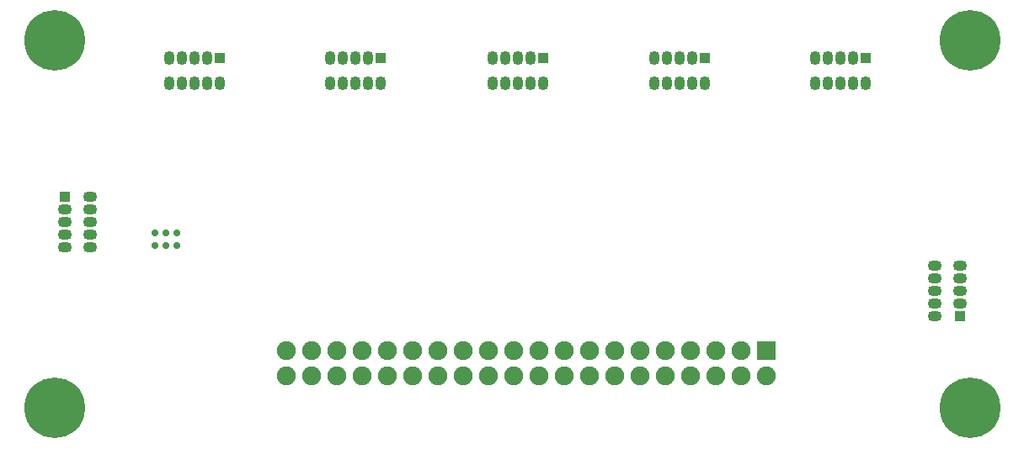
<source format=gbs>
G04*
G04 #@! TF.GenerationSoftware,Altium Limited,Altium Designer,21.8.1 (53)*
G04*
G04 Layer_Color=16711935*
%FSAX44Y44*%
%MOMM*%
G71*
G04*
G04 #@! TF.SameCoordinates,FA5E87E6-E1E0-4C40-9374-903DC783770A*
G04*
G04*
G04 #@! TF.FilePolarity,Negative*
G04*
G01*
G75*
%ADD28R,1.1000X1.1000*%
%ADD29O,1.4000X1.1000*%
%ADD30R,1.1000X1.1000*%
%ADD31O,1.1000X1.4000*%
%ADD32C,1.9000*%
%ADD33R,1.9000X1.9000*%
%ADD34C,6.1000*%
%ADD35C,0.7000*%
D28*
X00050000Y00252500D02*
D03*
X00950000Y00132500D02*
D03*
D29*
X00075400Y00252500D02*
D03*
Y00239800D02*
D03*
X00050000D02*
D03*
X00075400Y00227100D02*
D03*
X00050000D02*
D03*
X00075400Y00214400D02*
D03*
X00050000D02*
D03*
X00075400Y00201700D02*
D03*
X00050000D02*
D03*
X00924600Y00132500D02*
D03*
Y00145200D02*
D03*
X00950000D02*
D03*
X00924600Y00157900D02*
D03*
X00950000D02*
D03*
X00924600Y00170600D02*
D03*
X00950000D02*
D03*
X00924600Y00183300D02*
D03*
X00950000D02*
D03*
D30*
X00205800Y00392700D02*
D03*
X00367500Y00392500D02*
D03*
X00530800D02*
D03*
X00693300D02*
D03*
X00855400Y00392700D02*
D03*
D31*
X00205800Y00367300D02*
D03*
X00193100D02*
D03*
Y00392700D02*
D03*
X00180400Y00367300D02*
D03*
Y00392700D02*
D03*
X00167700Y00367300D02*
D03*
Y00392700D02*
D03*
X00155000Y00367300D02*
D03*
Y00392700D02*
D03*
X00367500Y00367100D02*
D03*
X00354800D02*
D03*
Y00392500D02*
D03*
X00342100Y00367100D02*
D03*
Y00392500D02*
D03*
X00329400Y00367100D02*
D03*
Y00392500D02*
D03*
X00316700Y00367100D02*
D03*
Y00392500D02*
D03*
X00530800Y00367100D02*
D03*
X00518100D02*
D03*
Y00392500D02*
D03*
X00505400Y00367100D02*
D03*
Y00392500D02*
D03*
X00492700Y00367100D02*
D03*
Y00392500D02*
D03*
X00480000Y00367100D02*
D03*
Y00392500D02*
D03*
X00693300Y00367100D02*
D03*
X00680600D02*
D03*
Y00392500D02*
D03*
X00667900Y00367100D02*
D03*
Y00392500D02*
D03*
X00655200Y00367100D02*
D03*
Y00392500D02*
D03*
X00642500Y00367100D02*
D03*
Y00392500D02*
D03*
X00855400Y00367300D02*
D03*
X00842700D02*
D03*
Y00392700D02*
D03*
X00830000Y00367300D02*
D03*
Y00392700D02*
D03*
X00817300Y00367300D02*
D03*
Y00392700D02*
D03*
X00804600Y00367300D02*
D03*
Y00392700D02*
D03*
D32*
X00272900Y00072750D02*
D03*
Y00098150D02*
D03*
X00298300Y00072750D02*
D03*
Y00098150D02*
D03*
X00323700Y00072750D02*
D03*
Y00098150D02*
D03*
X00349100Y00072750D02*
D03*
Y00098150D02*
D03*
X00730101D02*
D03*
X00755500Y00072750D02*
D03*
X00628500Y00098150D02*
D03*
X00653900Y00072750D02*
D03*
Y00098150D02*
D03*
X00374500Y00072750D02*
D03*
X00679300Y00098150D02*
D03*
Y00072750D02*
D03*
X00704700Y00098150D02*
D03*
Y00072750D02*
D03*
X00730100D02*
D03*
X00628500D02*
D03*
X00603100Y00098150D02*
D03*
Y00072750D02*
D03*
X00577700Y00098150D02*
D03*
Y00072750D02*
D03*
X00552300Y00098150D02*
D03*
Y00072750D02*
D03*
X00526900Y00098150D02*
D03*
Y00072750D02*
D03*
X00501500Y00098150D02*
D03*
Y00072750D02*
D03*
X00476100Y00098150D02*
D03*
Y00072750D02*
D03*
X00450700Y00098150D02*
D03*
Y00072750D02*
D03*
X00425300Y00098150D02*
D03*
Y00072750D02*
D03*
X00399900Y00098150D02*
D03*
X00374500D02*
D03*
X00399900Y00072750D02*
D03*
D33*
X00755500Y00098150D02*
D03*
D34*
X00960000Y00040000D02*
D03*
Y00410000D02*
D03*
X00040000D02*
D03*
Y00040000D02*
D03*
D35*
X00140500Y00203500D02*
D03*
Y00216500D02*
D03*
X00151500Y00203500D02*
D03*
Y00216500D02*
D03*
X00162500Y00203500D02*
D03*
Y00216500D02*
D03*
M02*

</source>
